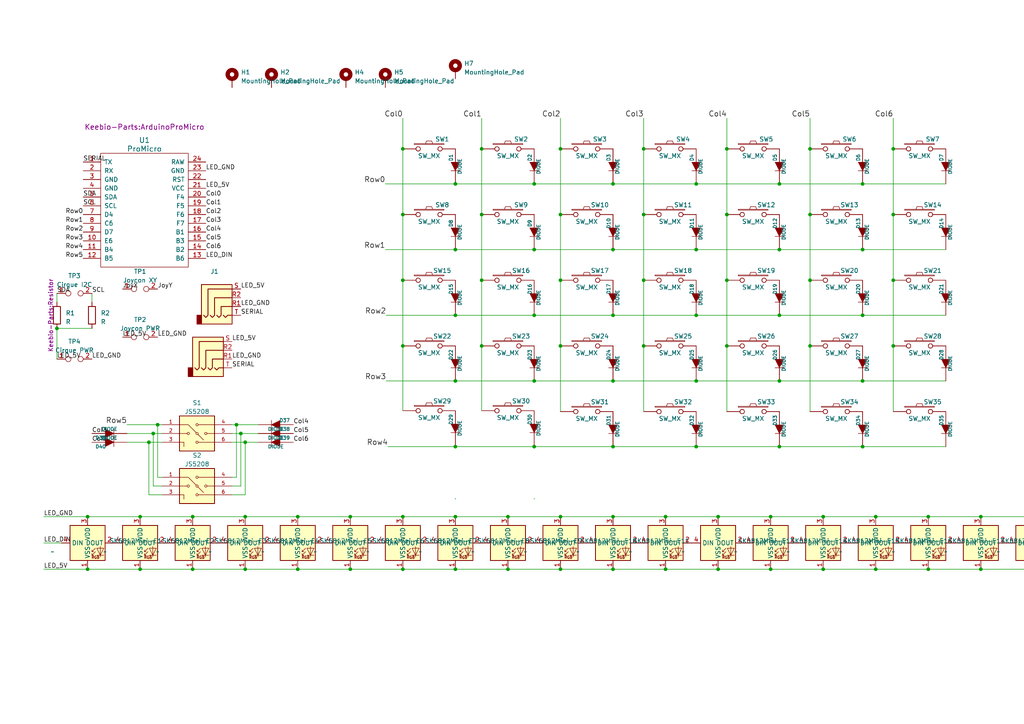
<source format=kicad_sch>
(kicad_sch (version 20230121) (generator eeschema)
  (paper "A4")
  (lib_symbols
    (symbol "Connector:TestPoint_2Pole" (pin_names (offset 0.762) hide)
      (property "Reference" "TP" (at 0 1.524 0))
      (property "Value" "TestPoint_2Pole" (at 0 -1.778 0))
      (symbol "TestPoint_2Pole_0_1"
        (pin passive line (at -5.08 0 0) (length 2.54) (name "1") (number "1"))
        (pin passive line (at 5.08 0 180) (length 2.54) (name "2") (number "2"))
      )
    )
    (symbol "Connector_Audio:AudioJack4"
      (property "Reference" "J" (at 0 8.89 0))
      (property "Value" "AudioJack4" (at 0 6.35 0))
      (symbol "AudioJack4_1_1"
        (pin passive line (at 5.08 -2.54 180) (length 2.54) (name "~") (number "R1"))
        (pin passive line (at 5.08 0 180) (length 2.54) (name "~") (number "R2"))
        (pin passive line (at 5.08 2.54 180) (length 2.54) (name "~") (number "S"))
        (pin passive line (at 5.08 -5.08 180) (length 2.54) (name "~") (number "T"))
      )
    )
    (symbol "Device:R" (pin_numbers hide) (pin_names (offset 0))
      (property "Reference" "R" (at 2.032 0 90))
      (property "Value" "R" (at 0 0 90))
      (symbol "R_1_1"
        (pin passive line (at 0 3.81 270) (length 1.27) (name "~") (number "1"))
        (pin passive line (at 0 -3.81 90) (length 1.27) (name "~") (number "2"))
      )
    )
    (symbol "JS5208:JS5208" (pin_names (offset 1.016))
      (property "Reference" "S" (at -5.08 6.35 0))
      (property "Value" "JS5208" (at -5.08 -7.62 0))
      (symbol "JS5208_0_0"
        (pin passive line (at -10.16 2.54 0) (length 5.08) (name "~") (number "1"))
        (pin passive line (at -10.16 0 0) (length 5.08) (name "~") (number "2"))
        (pin passive line (at -10.16 -2.54 0) (length 5.08) (name "~") (number "3"))
        (pin passive line (at 10.16 2.54 180) (length 5.08) (name "~") (number "4"))
        (pin passive line (at 10.16 0 180) (length 5.08) (name "~") (number "5"))
        (pin passive line (at 10.16 -2.54 180) (length 5.08) (name "~") (number "6"))
      )
    )
    (symbol "Mechanical:MountingHole_Pad" (pin_numbers hide) (pin_names (offset 1.016) hide)
      (property "Reference" "H" (at 0 6.35 0))
      (property "Value" "MountingHole_Pad" (at 0 4.445 0))
      (symbol "MountingHole_Pad_1_1"
        (pin input line (at 0 -2.54 90) (length 2.54) (name "1") (number "1"))
      )
    )
    (symbol "for-science-rescue:DIODE" (pin_numbers hide) (pin_names (offset 1.016) hide)
      (property "Reference" "D" (at -2.54 -1.27 0))
      (property "Value" "DIODE" (at 0 1.27 0))
      (symbol "DIODE_1_1"
        (pin passive line (at -5.08 0 0) (length 3.81) (name "A") (number "1"))
        (pin passive line (at 5.08 0 180) (length 3.81) (name "K") (number "2"))
      )
    )
    (symbol "for-science-rescue:SWITCH_PUSH" (pin_numbers hide) (pin_names (offset 1.016) hide)
      (property "Reference" "SW" (at 3.81 2.794 0))
      (property "Value" "SWITCH_PUSH" (at 0 -2.032 0))
      (symbol "SWITCH_PUSH_0_1"
        (pin passive inverted (at -7.62 0 0) (length 5.08) (name "1") (number "1"))
        (pin passive inverted (at 7.62 0 180) (length 5.08) (name "2") (number "2"))
      )
    )
    (symbol "keebio:SK6812MINI-E"
      (property "Reference" "SK6812Mini-E" (at 10.16 -7.62 0))
      (symbol "SK6812MINI-E_0_0"
        (text "RGB" (at 12.446 -1.651 0) (effects (font (size 0.762 0.762))))
      )
      (symbol "SK6812MINI-E_1_1"
        (pin power_in line (at 10.16 -5.08 90) (length 2.54) (name "VSS") (number "1"))
        (pin output line (at 17.78 2.54 180) (length 2.54) (name "DOUT") (number "2"))
        (pin power_in line (at 10.16 10.16 270) (length 2.54) (name "VDD") (number "3"))
        (pin input line (at 2.54 2.54 0) (length 2.54) (name "DIN") (number "4"))
      )
    )
    (symbol "promicro:ProMicro" (pin_names (offset 1.016))
      (property "Reference" "U" (at 0 24.13 0))
      (property "Value" "ProMicro" (at 0 -13.97 0))
      (symbol "ProMicro_1_1"
        (pin bidirectional line (at -17.78 19.05 0) (length 5.08) (name "TX") (number "1"))
        (pin bidirectional line (at -17.78 -3.81 0) (length 5.08) (name "E6") (number "10"))
        (pin bidirectional line (at -17.78 -6.35 0) (length 5.08) (name "B4") (number "11"))
        (pin bidirectional line (at -17.78 -8.89 0) (length 5.08) (name "B5") (number "12"))
        (pin bidirectional line (at 17.78 -8.89 180) (length 5.08) (name "B6") (number "13"))
        (pin bidirectional line (at 17.78 -6.35 180) (length 5.08) (name "B2") (number "14"))
        (pin bidirectional line (at 17.78 -3.81 180) (length 5.08) (name "B3") (number "15"))
        (pin bidirectional line (at 17.78 -1.27 180) (length 5.08) (name "B1") (number "16"))
        (pin bidirectional line (at 17.78 1.27 180) (length 5.08) (name "F7") (number "17"))
        (pin bidirectional line (at 17.78 3.81 180) (length 5.08) (name "F6") (number "18"))
        (pin bidirectional line (at 17.78 6.35 180) (length 5.08) (name "F5") (number "19"))
        (pin bidirectional line (at -17.78 16.51 0) (length 5.08) (name "RX") (number "2"))
        (pin bidirectional line (at 17.78 8.89 180) (length 5.08) (name "F4") (number "20"))
        (pin power_in line (at 17.78 11.43 180) (length 5.08) (name "VCC") (number "21"))
        (pin input line (at 17.78 13.97 180) (length 5.08) (name "RST") (number "22"))
        (pin power_in line (at 17.78 16.51 180) (length 5.08) (name "GND") (number "23"))
        (pin power_out line (at 17.78 19.05 180) (length 5.08) (name "RAW") (number "24"))
        (pin power_in line (at -17.78 13.97 0) (length 5.08) (name "GND") (number "3"))
        (pin power_in line (at -17.78 11.43 0) (length 5.08) (name "GND") (number "4"))
        (pin bidirectional line (at -17.78 8.89 0) (length 5.08) (name "SDA") (number "5"))
        (pin bidirectional line (at -17.78 6.35 0) (length 5.08) (name "SCL") (number "6"))
        (pin bidirectional line (at -17.78 3.81 0) (length 5.08) (name "D4") (number "7"))
        (pin bidirectional line (at -17.78 1.27 0) (length 5.08) (name "C6") (number "8"))
        (pin bidirectional line (at -17.78 -1.27 0) (length 5.08) (name "D7") (number "9"))
      )
    )
  )
  (junction (at 226.06 72.39))
  (junction (at 234.95 62.23))
  (junction (at 497.84 165.1))
  (junction (at 186.69 62.23))
  (junction (at 154.94 91.44))
  (junction (at 391.16 149.86))
  (junction (at 162.56 43.18))
  (junction (at 162.56 62.23))
  (junction (at 391.16 165.1))
  (junction (at 25.4 149.86))
  (junction (at 132.08 110.49))
  (junction (at 201.93 53.34))
  (junction (at 528.32 149.86))
  (junction (at 210.82 62.23))
  (junction (at 421.64 165.1))
  (junction (at 116.84 165.1))
  (junction (at 360.68 149.86))
  (junction (at 40.64 165.1))
  (junction (at 467.36 149.86))
  (junction (at 71.12 165.1))
  (junction (at 68.58 123.19))
  (junction (at 162.56 149.86))
  (junction (at 513.08 165.1))
  (junction (at 250.19 72.39))
  (junction (at 154.94 129.54))
  (junction (at 226.06 110.49))
  (junction (at 210.82 43.18))
  (junction (at 139.7 81.28))
  (junction (at 101.6 149.86))
  (junction (at 226.06 53.34))
  (junction (at 234.95 81.28))
  (junction (at 186.69 81.28))
  (junction (at 201.93 129.54))
  (junction (at 132.08 165.1))
  (junction (at 193.04 165.1))
  (junction (at 162.56 165.1))
  (junction (at 269.24 149.86))
  (junction (at 314.96 165.1))
  (junction (at 210.82 100.33))
  (junction (at 406.4 149.86))
  (junction (at 513.08 149.86))
  (junction (at 177.8 72.39))
  (junction (at 436.88 149.86))
  (junction (at 226.06 129.54))
  (junction (at 116.84 149.86))
  (junction (at 452.12 149.86))
  (junction (at 299.72 165.1))
  (junction (at 154.94 72.39))
  (junction (at 162.56 100.33))
  (junction (at 250.19 129.54))
  (junction (at 254 149.86))
  (junction (at 208.28 165.1))
  (junction (at 154.94 53.34))
  (junction (at 269.24 165.1))
  (junction (at 55.88 165.1))
  (junction (at 147.32 149.86))
  (junction (at 116.84 81.28))
  (junction (at 116.84 43.18))
  (junction (at 177.8 149.86))
  (junction (at 44.45 125.73))
  (junction (at 345.44 165.1))
  (junction (at 177.8 129.54))
  (junction (at 497.84 149.86))
  (junction (at 467.36 165.1))
  (junction (at 259.08 43.18))
  (junction (at 193.04 149.86))
  (junction (at 210.82 81.28))
  (junction (at 330.2 149.86))
  (junction (at 299.72 149.86))
  (junction (at 132.08 149.86))
  (junction (at 250.19 110.49))
  (junction (at 132.08 72.39))
  (junction (at 147.32 165.1))
  (junction (at 238.76 149.86))
  (junction (at 16.51 95.25))
  (junction (at 223.52 165.1))
  (junction (at 528.32 165.1))
  (junction (at 139.7 100.33))
  (junction (at 330.2 165.1))
  (junction (at 375.92 149.86))
  (junction (at 284.48 149.86))
  (junction (at 482.6 149.86))
  (junction (at 116.84 62.23))
  (junction (at 208.28 149.86))
  (junction (at 284.48 165.1))
  (junction (at 45.72 123.19))
  (junction (at 186.69 100.33))
  (junction (at 201.93 91.44))
  (junction (at 71.12 149.86))
  (junction (at 238.76 165.1))
  (junction (at 186.69 43.18))
  (junction (at 226.06 91.44))
  (junction (at 406.4 165.1))
  (junction (at 132.08 91.44))
  (junction (at 132.08 129.54))
  (junction (at 234.95 100.33))
  (junction (at 71.12 128.27))
  (junction (at 259.08 100.33))
  (junction (at 177.8 110.49))
  (junction (at 154.94 110.49))
  (junction (at 421.64 149.86))
  (junction (at 254 165.1))
  (junction (at 452.12 165.1))
  (junction (at 139.7 62.23))
  (junction (at 69.85 125.73))
  (junction (at 259.08 62.23))
  (junction (at 101.6 165.1))
  (junction (at 132.08 53.34))
  (junction (at 25.4 165.1))
  (junction (at 234.95 43.18))
  (junction (at 345.44 149.86))
  (junction (at 436.88 165.1))
  (junction (at 250.19 53.34))
  (junction (at 55.88 149.86))
  (junction (at 43.18 128.27))
  (junction (at 223.52 149.86))
  (junction (at 162.56 81.28))
  (junction (at 139.7 43.18))
  (junction (at 314.96 149.86))
  (junction (at 177.8 165.1))
  (junction (at 86.36 149.86))
  (junction (at 40.64 149.86))
  (junction (at 482.6 165.1))
  (junction (at 360.68 165.1))
  (junction (at 177.8 91.44))
  (junction (at 201.93 72.39))
  (junction (at 250.19 91.44))
  (junction (at 375.92 165.1))
  (junction (at 259.08 81.28))
  (junction (at 116.84 100.33))
  (junction (at 201.93 110.49))
  (junction (at 177.8 53.34))
  (junction (at 86.36 165.1))
  (wire (pts (xy 55.88 165.1) (xy 71.12 165.1)))
  (wire (pts (xy 226.06 53.34) (xy 250.19 53.34)))
  (wire (pts (xy 25.4 149.86) (xy 40.64 149.86)))
  (wire (pts (xy 139.7 100.33) (xy 139.7 119.126)))
  (wire (pts (xy 68.58 123.19) (xy 67.31 123.19)))
  (wire (pts (xy 210.82 100.33) (xy 210.82 119.38)))
  (wire (pts (xy 452.12 149.86) (xy 467.36 149.86)))
  (wire (pts (xy 299.72 149.86) (xy 314.96 149.86)))
  (wire (pts (xy 116.84 149.86) (xy 132.08 149.86)))
  (wire (pts (xy 162.56 81.28) (xy 162.56 100.33)))
  (wire (pts (xy 528.32 165.1) (xy 543.56 165.1)))
  (wire (pts (xy 71.12 143.51) (xy 67.31 143.51)))
  (wire (pts (xy 201.93 110.49) (xy 226.06 110.49)))
  (wire (pts (xy 345.44 165.1) (xy 360.68 165.1)))
  (wire (pts (xy 234.95 62.23) (xy 234.95 81.28)))
  (wire (pts (xy 177.8 110.49) (xy 201.93 110.49)))
  (wire (pts (xy 226.06 91.44) (xy 250.19 91.44)))
  (wire (pts (xy 147.32 149.86) (xy 162.56 149.86)))
  (wire (pts (xy 284.48 165.1) (xy 299.72 165.1)))
  (wire (pts (xy 86.36 165.1) (xy 101.6 165.1)))
  (wire (pts (xy 132.08 129.286) (xy 132.08 129.54)))
  (wire (pts (xy 210.82 62.23) (xy 210.82 81.28)))
  (wire (pts (xy 210.82 34.29) (xy 210.82 43.18)))
  (wire (pts (xy 406.4 165.1) (xy 421.64 165.1)))
  (wire (pts (xy 71.12 165.1) (xy 86.36 165.1)))
  (wire (pts (xy 139.7 43.18) (xy 139.7 62.23)))
  (wire (pts (xy 250.19 110.49) (xy 274.32 110.49)))
  (wire (pts (xy 154.94 144.526) (xy 154.94 144.78)))
  (wire (pts (xy 467.36 149.86) (xy 482.6 149.86)))
  (wire (pts (xy 269.24 149.86) (xy 284.48 149.86)))
  (wire (pts (xy 139.7 62.23) (xy 139.7 81.28)))
  (wire (pts (xy 45.72 123.19) (xy 46.99 123.19)))
  (wire (pts (xy 55.88 149.86) (xy 71.12 149.86)))
  (wire (pts (xy 391.16 149.86) (xy 406.4 149.86)))
  (wire (pts (xy 111.76 53.34) (xy 132.08 53.34)))
  (wire (pts (xy 154.94 129.286) (xy 154.94 129.54)))
  (wire (pts (xy 223.52 165.1) (xy 238.76 165.1)))
  (wire (pts (xy 406.4 149.86) (xy 421.64 149.86)))
  (wire (pts (xy 162.56 149.86) (xy 177.8 149.86)))
  (wire (pts (xy 250.19 72.39) (xy 274.32 72.39)))
  (wire (pts (xy 238.76 165.1) (xy 254 165.1)))
  (wire (pts (xy 154.94 72.39) (xy 177.8 72.39)))
  (wire (pts (xy 201.93 53.34) (xy 226.06 53.34)))
  (wire (pts (xy 154.94 91.44) (xy 177.8 91.44)))
  (wire (pts (xy 116.84 34.29) (xy 116.84 43.18)))
  (wire (pts (xy 234.95 43.18) (xy 234.95 62.23)))
  (wire (pts (xy 132.08 129.54) (xy 154.94 129.54)))
  (wire (pts (xy 45.72 123.19) (xy 45.72 138.43)))
  (wire (pts (xy 513.08 165.1) (xy 528.32 165.1)))
  (wire (pts (xy 330.2 149.86) (xy 345.44 149.86)))
  (wire (pts (xy 44.45 140.97) (xy 46.99 140.97)))
  (wire (pts (xy 112.014 91.44) (xy 132.08 91.44)))
  (wire (pts (xy 71.12 128.27) (xy 67.31 128.27)))
  (wire (pts (xy 269.24 165.1) (xy 284.48 165.1)))
  (wire (pts (xy 201.93 129.54) (xy 226.06 129.54)))
  (wire (pts (xy 375.92 149.86) (xy 391.16 149.86)))
  (wire (pts (xy 193.04 165.1) (xy 208.28 165.1)))
  (wire (pts (xy 116.84 100.33) (xy 116.84 119.126)))
  (wire (pts (xy 12.7 165.1) (xy 25.4 165.1)))
  (wire (pts (xy 40.64 149.86) (xy 55.88 149.86)))
  (wire (pts (xy 154.94 129.54) (xy 177.8 129.54)))
  (wire (pts (xy 132.08 144.526) (xy 132.08 144.78)))
  (wire (pts (xy 12.7 149.86) (xy 25.4 149.86)))
  (wire (pts (xy 284.48 149.86) (xy 299.72 149.86)))
  (wire (pts (xy 139.7 34.29) (xy 139.7 43.18)))
  (wire (pts (xy 132.08 110.49) (xy 154.94 110.49)))
  (wire (pts (xy 46.99 143.51) (xy 43.18 143.51)))
  (wire (pts (xy 16.51 95.25) (xy 16.51 104.14)))
  (wire (pts (xy 436.88 165.1) (xy 452.12 165.1)))
  (wire (pts (xy 345.44 149.86) (xy 360.68 149.86)))
  (wire (pts (xy 208.28 165.1) (xy 223.52 165.1)))
  (wire (pts (xy 67.31 138.43) (xy 68.58 138.43)))
  (wire (pts (xy 314.96 165.1) (xy 330.2 165.1)))
  (wire (pts (xy 116.84 165.1) (xy 132.08 165.1)))
  (wire (pts (xy 436.88 149.86) (xy 452.12 149.86)))
  (wire (pts (xy 360.68 165.1) (xy 375.92 165.1)))
  (wire (pts (xy 112.014 110.49) (xy 132.08 110.49)))
  (wire (pts (xy 186.69 62.23) (xy 186.69 81.28)))
  (wire (pts (xy 201.93 91.44) (xy 226.06 91.44)))
  (wire (pts (xy 154.94 110.49) (xy 177.8 110.49)))
  (wire (pts (xy 482.6 165.1) (xy 497.84 165.1)))
  (wire (pts (xy 74.93 125.73) (xy 69.85 125.73)))
  (wire (pts (xy 186.69 34.29) (xy 186.69 43.18)))
  (wire (pts (xy 234.95 81.28) (xy 234.95 100.33)))
  (wire (pts (xy 69.85 140.97) (xy 67.31 140.97)))
  (wire (pts (xy 528.32 149.86) (xy 543.56 149.86)))
  (wire (pts (xy 132.08 72.39) (xy 154.94 72.39)))
  (wire (pts (xy 177.8 91.44) (xy 201.93 91.44)))
  (wire (pts (xy 16.51 95.25) (xy 26.67 95.25)))
  (wire (pts (xy 162.56 100.33) (xy 162.56 119.38)))
  (wire (pts (xy 162.56 62.23) (xy 162.56 81.28)))
  (wire (pts (xy 25.4 165.1) (xy 40.64 165.1)))
  (wire (pts (xy 154.94 53.34) (xy 177.8 53.34)))
  (wire (pts (xy 36.83 128.27) (xy 43.18 128.27)))
  (wire (pts (xy 226.06 72.39) (xy 250.19 72.39)))
  (wire (pts (xy 330.2 165.1) (xy 345.44 165.1)))
  (wire (pts (xy 147.32 165.1) (xy 162.56 165.1)))
  (wire (pts (xy 452.12 165.1) (xy 467.36 165.1)))
  (wire (pts (xy 497.84 165.1) (xy 513.08 165.1)))
  (wire (pts (xy 497.84 149.86) (xy 513.08 149.86)))
  (wire (pts (xy 201.93 72.39) (xy 226.06 72.39)))
  (wire (pts (xy 43.18 128.27) (xy 46.99 128.27)))
  (wire (pts (xy 314.96 149.86) (xy 330.2 149.86)))
  (wire (pts (xy 250.19 53.34) (xy 274.32 53.34)))
  (wire (pts (xy 16.51 85.09) (xy 16.51 87.63)))
  (wire (pts (xy 112.522 129.54) (xy 132.08 129.54)))
  (wire (pts (xy 44.45 125.73) (xy 46.99 125.73)))
  (wire (pts (xy 177.8 149.86) (xy 193.04 149.86)))
  (wire (pts (xy 132.08 149.86) (xy 147.32 149.86)))
  (wire (pts (xy 254 165.1) (xy 269.24 165.1)))
  (wire (pts (xy 177.8 53.34) (xy 201.93 53.34)))
  (wire (pts (xy 69.85 125.73) (xy 69.85 140.97)))
  (wire (pts (xy 177.8 129.54) (xy 201.93 129.54)))
  (wire (pts (xy 259.08 62.23) (xy 259.08 81.28)))
  (wire (pts (xy 375.92 165.1) (xy 391.16 165.1)))
  (wire (pts (xy 391.16 165.1) (xy 406.4 165.1)))
  (wire (pts (xy 234.95 100.33) (xy 234.95 119.38)))
  (wire (pts (xy 71.12 149.86) (xy 86.36 149.86)))
  (wire (pts (xy 45.72 138.43) (xy 46.99 138.43)))
  (wire (pts (xy 86.36 149.86) (xy 101.6 149.86)))
  (wire (pts (xy 116.84 43.18) (xy 116.84 62.23)))
  (wire (pts (xy 26.67 87.63) (xy 26.67 85.09)))
  (wire (pts (xy 208.28 149.86) (xy 223.52 149.86)))
  (wire (pts (xy 254 149.86) (xy 269.24 149.86)))
  (wire (pts (xy 36.83 125.73) (xy 44.45 125.73)))
  (wire (pts (xy 186.69 81.28) (xy 186.69 100.33)))
  (wire (pts (xy 238.76 149.86) (xy 254 149.86)))
  (wire (pts (xy 226.06 110.49) (xy 250.19 110.49)))
  (wire (pts (xy 513.08 149.86) (xy 528.32 149.86)))
  (wire (pts (xy 226.06 129.54) (xy 250.19 129.54)))
  (wire (pts (xy 223.52 149.86) (xy 238.76 149.86)))
  (wire (pts (xy 74.93 123.19) (xy 68.58 123.19)))
  (wire (pts (xy 71.12 128.27) (xy 71.12 143.51)))
  (wire (pts (xy 186.69 100.33) (xy 186.69 119.38)))
  (wire (pts (xy 421.64 149.86) (xy 436.88 149.86)))
  (wire (pts (xy 162.56 165.1) (xy 177.8 165.1)))
  (wire (pts (xy 250.19 129.54) (xy 274.32 129.54)))
  (wire (pts (xy 186.69 43.18) (xy 186.69 62.23)))
  (wire (pts (xy 40.64 165.1) (xy 55.88 165.1)))
  (wire (pts (xy 139.7 81.28) (xy 139.7 100.33)))
  (wire (pts (xy 36.83 123.19) (xy 45.72 123.19)))
  (wire (pts (xy 69.85 125.73) (xy 67.31 125.73)))
  (wire (pts (xy 177.8 165.1) (xy 193.04 165.1)))
  (wire (pts (xy 250.19 91.44) (xy 274.32 91.44)))
  (wire (pts (xy 162.56 34.29) (xy 162.56 43.18)))
  (wire (pts (xy 259.08 43.18) (xy 259.08 62.23)))
  (wire (pts (xy 193.04 149.86) (xy 208.28 149.86)))
  (wire (pts (xy 74.93 128.27) (xy 71.12 128.27)))
  (wire (pts (xy 43.18 143.51) (xy 43.18 128.27)))
  (wire (pts (xy 68.58 138.43) (xy 68.58 123.19)))
  (wire (pts (xy 101.6 149.86) (xy 116.84 149.86)))
  (wire (pts (xy 210.82 43.18) (xy 210.82 62.23)))
  (wire (pts (xy 259.08 34.29) (xy 259.08 43.18)))
  (wire (pts (xy 12.7 157.48) (xy 17.78 157.48)))
  (wire (pts (xy 162.56 43.18) (xy 162.56 62.23)))
  (wire (pts (xy 299.72 165.1) (xy 314.96 165.1)))
  (wire (pts (xy 44.45 125.73) (xy 44.45 140.97)))
  (wire (pts (xy 177.8 72.39) (xy 201.93 72.39)))
  (wire (pts (xy 111.76 72.39) (xy 132.08 72.39)))
  (wire (pts (xy 132.08 53.34) (xy 154.94 53.34)))
  (wire (pts (xy 101.6 165.1) (xy 116.84 165.1)))
  (wire (pts (xy 116.84 81.28) (xy 116.84 100.33)))
  (wire (pts (xy 482.6 149.86) (xy 497.84 149.86)))
  (wire (pts (xy 467.36 165.1) (xy 482.6 165.1)))
  (wire (pts (xy 259.08 100.33) (xy 259.08 119.38)))
  (wire (pts (xy 210.82 81.28) (xy 210.82 100.33)))
  (wire (pts (xy 116.84 62.23) (xy 116.84 81.28)))
  (wire (pts (xy 234.95 34.29) (xy 234.95 43.18)))
  (wire (pts (xy 259.08 81.28) (xy 259.08 100.33)))
  (wire (pts (xy 132.08 165.1) (xy 147.32 165.1)))
  (wire (pts (xy 421.64 165.1) (xy 436.88 165.1)))
  (wire (pts (xy 360.68 149.86) (xy 375.92 149.86)))
  (wire (pts (xy 132.08 91.44) (xy 154.94 91.44)))
  (label "LED_5V" (at 12.7 165.1 0))
  (label "Row4" (at 112.522 129.54 180) (effects (font (size 1.524 1.524))))
  (label "Col6" (at 85.09 128.27 0))
  (label "LED_5V" (at 59.69 54.61 0))
  (label "Row1" (at 111.76 72.39 180) (effects (font (size 1.524 1.524))))
  (label "SERIAL" (at 24.13 46.99 0))
  (label "SCL" (at 24.13 59.69 0))
  (label "Col0" (at 59.69 57.15 0))
  (label "LED_GND" (at 59.69 49.53 0))
  (label "Row2" (at 112.014 91.44 180) (effects (font (size 1.524 1.524))))
  (label "Col1" (at 59.69 59.69 0))
  (label "Col3" (at 26.67 125.73 0))
  (label "LED_GND" (at 67.31 104.14 0))
  (label "Col4" (at 210.82 34.29 180) (effects (font (size 1.524 1.524))))
  (label "SCL" (at 26.67 85.09 0))
  (label "Row5" (at 36.83 123.19 180) (effects (font (size 1.524 1.524))))
  (label "Row1" (at 24.13 64.77 180))
  (label "JoyY" (at 45.72 83.82 0))
  (label "SDA" (at 16.51 85.09 0))
  (label "Col4" (at 59.69 67.31 0))
  (label "Row5" (at 24.13 74.93 180))
  (label "LED_5V" (at 67.31 99.06 0))
  (label "LED_GND" (at 45.72 97.79 0))
  (label "Col4" (at 85.09 123.19 0))
  (label "Col6" (at 259.08 34.29 180) (effects (font (size 1.524 1.524))))
  (label "LED_5V" (at 35.56 97.79 0))
  (label "Col3" (at 59.69 64.77 0))
  (label "Col0" (at 116.84 34.29 180) (effects (font (size 1.524 1.524))))
  (label "LED_5V" (at 69.85 83.82 0))
  (label "LED_GND" (at 26.67 104.14 0))
  (label "LED_GND" (at 12.7 149.86 0))
  (label "SDA" (at 24.13 57.15 0))
  (label "Col5" (at 234.95 34.29 180) (effects (font (size 1.524 1.524))))
  (label "SERIAL" (at 67.31 106.68 0))
  (label "Row3" (at 24.13 69.85 180))
  (label "Row0" (at 111.76 53.34 180) (effects (font (size 1.524 1.524))))
  (label "Col5" (at 85.09 125.73 0))
  (label "LED_GND" (at 69.85 88.9 0))
  (label "Col6" (at 59.69 72.39 0))
  (label "LED_DIN" (at 59.69 74.93 0))
  (label "JoyX" (at 35.56 83.82 0))
  (label "Col3" (at 186.69 34.29 180) (effects (font (size 1.524 1.524))))
  (label "Col5" (at 59.69 69.85 0))
  (label "Row0" (at 24.13 62.23 180))
  (label "Col1" (at 139.7 34.29 180) (effects (font (size 1.524 1.524))))
  (label "Col2" (at 26.67 128.27 0))
  (label "LED_5V" (at 16.51 104.14 0))
  (label "Col2" (at 162.56 34.29 180) (effects (font (size 1.524 1.524))))
  (label "SERIAL" (at 69.85 91.44 0))
  (label "LED_DIN" (at 12.7 157.48 0))
  (label "Col2" (at 59.69 62.23 0))
  (label "Row4" (at 24.13 72.39 180))
  (label "Row2" (at 24.13 67.31 180))
  (label "Row3" (at 112.014 110.49 180) (effects (font (size 1.524 1.524))))
  (symbol (lib_id "for-science-rescue:SWITCH_PUSH") (at 242.57 62.23 0) (unit 1)
    (property "Reference" "SW13" (at 246.38 59.436 0))
    (property "Value" "SW_MX" (at 242.57 64.262 0))
    (property "Footprint" "PCM_keyswitches:SW_MX_reversible_minimal" (effects hide))
  )
  (symbol (lib_id "Connector:TestPoint_2Pole") (at 40.64 83.82 0) (unit 1) (on_board no)
    (property "Reference" "TP1" (at 40.64 78.74 0))
    (property "Value" "Joycon XY" (at 40.64 81.28 0))
    (property "Footprint" "TestPoint:TestPoint_2Pads_Pitch2.54mm_Drill0.8mm" (effects hide))
  )
  (symbol (lib_id "for-science-rescue:DIODE") (at 177.8 105.41 270) (unit 1)
    (property "Reference" "D24" (at 176.53 102.87 0) (effects (font (size 1.016 1.016))))
    (property "Value" "DIODE" (at 179.07 105.41 0) (effects (font (size 1.016 1.016))))
    (property "Footprint" "Keebio-Parts:D_DO-41_SOD81_P10.16mm_Genesys" (effects hide))
  )
  (symbol (lib_id "Device:R") (at 26.67 91.44 0) (unit 1)
    (property "Reference" "R2" (at 29.21 90.805 0) (effects (justify left)))
    (property "Value" "R" (at 29.21 93.345 0) (effects (justify left)))
    (property "Footprint" "Keebio-Parts:Resistor" (effects hide))
  )
  (symbol (lib_id "for-science-rescue:SWITCH_PUSH") (at 124.46 43.18 0) (unit 1)
    (property "Reference" "SW1" (at 128.27 40.386 0))
    (property "Value" "SW_MX" (at 124.46 45.212 0))
    (property "Footprint" "PCM_keyswitches:SW_MX_reversible_minimal" (effects hide))
  )
  (symbol (lib_id "for-science-rescue:SWITCH_PUSH") (at 147.32 43.18 0) (unit 1)
    (property "Reference" "SW2" (at 151.13 40.386 0))
    (property "Value" "SW_MX" (at 147.32 45.212 0))
    (property "Footprint" "PCM_keyswitches:SW_MX_reversible_minimal" (effects hide))
  )
  (symbol (lib_id "keebio:SK6812MINI-E") (at 228.6 160.02 0) (unit 1)
    (property "Reference" "SK6812Mini-E15" (at 252.73 156.8959 0))
    (property "Value" "~" (at 228.6 160.02 0))
    (property "Footprint" "Keebio-Parts:SK6812-MINI-E" (effects hide))
  )
  (symbol (lib_id "for-science-rescue:DIODE") (at 250.19 105.41 270) (unit 1)
    (property "Reference" "D27" (at 248.92 102.87 0) (effects (font (size 1.016 1.016))))
    (property "Value" "DIODE" (at 251.46 105.41 0) (effects (font (size 1.016 1.016))))
    (property "Footprint" "Keebio-Parts:D_DO-41_SOD81_P10.16mm_Genesys" (effects hide))
  )
  (symbol (lib_id "for-science-rescue:DIODE") (at 177.8 67.31 270) (unit 1)
    (property "Reference" "D10" (at 176.53 64.77 0) (effects (font (size 1.016 1.016))))
    (property "Value" "DIODE" (at 179.07 67.31 0) (effects (font (size 1.016 1.016))))
    (property "Footprint" "Keebio-Parts:D_DO-41_SOD81_P10.16mm_Genesys" (effects hide))
  )
  (symbol (lib_id "for-science-rescue:DIODE") (at 31.75 128.27 0) (unit 1) (on_board no)
    (property "Reference" "D40" (at 29.21 129.54 0) (effects (font (size 1.016 1.016))))
    (property "Value" "DIODE" (at 31.75 127 0) (effects (font (size 1.016 1.016))))
    (property "Footprint" "Keebio-Parts:D_DO-41_SOD81_P10.16mm_Genesys" (effects hide))
  )
  (symbol (lib_id "for-science-rescue:DIODE") (at 250.19 48.26 270) (unit 1)
    (property "Reference" "D6" (at 248.92 45.72 0) (effects (font (size 1.016 1.016))))
    (property "Value" "DIODE" (at 251.46 48.26 0) (effects (font (size 1.016 1.016))))
    (property "Footprint" "Keebio-Parts:D_DO-41_SOD81_P10.16mm_Genesys" (effects hide))
  )
  (symbol (lib_id "keebio:SK6812MINI-E") (at 243.84 160.02 0) (unit 1)
    (property "Reference" "SK6812Mini-E16" (at 267.97 156.8959 0))
    (property "Value" "~" (at 243.84 160.02 0))
    (property "Footprint" "Keebio-Parts:SK6812-MINI-E" (effects hide))
  )
  (symbol (lib_id "for-science-rescue:DIODE") (at 132.08 86.36 270) (unit 1)
    (property "Reference" "D15" (at 130.81 83.82 0) (effects (font (size 1.016 1.016))))
    (property "Value" "DIODE" (at 133.35 86.36 0) (effects (font (size 1.016 1.016))))
    (property "Footprint" "Keebio-Parts:D_DO-41_SOD81_P10.16mm_Genesys" (effects hide))
  )
  (symbol (lib_id "for-science-rescue:DIODE") (at 132.08 124.206 270) (unit 1)
    (property "Reference" "D29" (at 130.81 121.666 0) (effects (font (size 1.016 1.016))))
    (property "Value" "DIODE" (at 133.35 124.206 0) (effects (font (size 1.016 1.016))))
    (property "Footprint" "Keebio-Parts:D_DO-41_SOD81_P10.16mm_Genesys" (effects hide))
  )
  (symbol (lib_id "for-science-rescue:SWITCH_PUSH") (at 218.44 62.23 0) (unit 1)
    (property "Reference" "SW12" (at 222.25 59.436 0))
    (property "Value" "SW_MX" (at 218.44 64.262 0))
    (property "Footprint" "PCM_keyswitches:SW_MX_reversible_minimal" (effects hide))
  )
  (symbol (lib_id "for-science-rescue:SWITCH_PUSH") (at 242.57 43.18 0) (unit 1)
    (property "Reference" "SW6" (at 246.38 40.386 0))
    (property "Value" "SW_MX" (at 242.57 45.212 0))
    (property "Footprint" "PCM_keyswitches:SW_MX_reversible_minimal" (effects hide))
  )
  (symbol (lib_id "keebio:SK6812MINI-E") (at 487.68 160.02 0) (unit 1)
    (property "Reference" "SK6812Mini-E32" (at 511.81 156.8959 0))
    (property "Value" "~" (at 487.68 160.02 0))
    (property "Footprint" "Keebio-Parts:SK6812-MINI-E" (effects hide))
  )
  (symbol (lib_id "for-science-rescue:DIODE") (at 177.8 124.46 270) (unit 1)
    (property "Reference" "D31" (at 176.53 121.92 0) (effects (font (size 1.016 1.016))))
    (property "Value" "DIODE" (at 179.07 124.46 0) (effects (font (size 1.016 1.016))))
    (property "Footprint" "Keebio-Parts:D_DO-41_SOD81_P10.16mm_Genesys" (effects hide))
  )
  (symbol (lib_id "for-science-rescue:SWITCH_PUSH") (at 194.31 43.18 0) (unit 1)
    (property "Reference" "SW4" (at 198.12 40.386 0))
    (property "Value" "SW_MX" (at 194.31 45.212 0))
    (property "Footprint" "PCM_keyswitches:SW_MX_reversible_minimal" (effects hide))
  )
  (symbol (lib_id "for-science-rescue:SWITCH_PUSH") (at 170.18 119.38 0) (unit 1)
    (property "Reference" "SW31" (at 173.99 116.586 0))
    (property "Value" "SW_MX" (at 170.18 121.412 0))
    (property "Footprint" "PCM_keyswitches:SW_MX_reversible_minimal" (effects hide))
  )
  (symbol (lib_id "for-science-rescue:DIODE") (at 274.32 124.46 270) (unit 1)
    (property "Reference" "D35" (at 273.05 121.92 0) (effects (font (size 1.016 1.016))))
    (property "Value" "DIODE" (at 275.59 124.46 0) (effects (font (size 1.016 1.016))))
    (property "Footprint" "Keebio-Parts:D_DO-41_SOD81_P10.16mm_Genesys" (effects hide))
  )
  (symbol (lib_id "Connector:TestPoint_2Pole") (at 21.59 104.14 0) (unit 1)
    (property "Reference" "TP4" (at 21.59 99.06 0))
    (property "Value" "Cirque PWR" (at 21.59 101.6 0))
    (property "Footprint" "TestPoint:TestPoint_2Pads_Pitch2.54mm_Drill0.8mm" (effects hide))
  )
  (symbol (lib_id "for-science-rescue:DIODE") (at 201.93 86.36 270) (unit 1)
    (property "Reference" "D18" (at 200.66 83.82 0) (effects (font (size 1.016 1.016))))
    (property "Value" "DIODE" (at 203.2 86.36 0) (effects (font (size 1.016 1.016))))
    (property "Footprint" "Keebio-Parts:D_DO-41_SOD81_P10.16mm_Genesys" (effects hide))
  )
  (symbol (lib_id "keebio:SK6812MINI-E") (at 304.8 160.02 0) (unit 1)
    (property "Reference" "SK6812Mini-E20" (at 328.93 156.8959 0))
    (property "Value" "~" (at 304.8 160.02 0))
    (property "Footprint" "Keebio-Parts:SK6812-MINI-E" (effects hide))
  )
  (symbol (lib_id "keebio:SK6812MINI-E") (at 76.2 160.02 0) (unit 1)
    (property "Reference" "SK6812Mini-E5" (at 100.33 156.8959 0))
    (property "Value" "~" (at 76.2 160.02 0))
    (property "Footprint" "Keebio-Parts:SK6812-MINI-E" (effects hide))
  )
  (symbol (lib_id "Mechanical:MountingHole_Pad") (at 100.33 22.86 0) (unit 1)
    (property "Reference" "H4" (at 102.87 20.955 0) (effects (justify left)))
    (property "Value" "MountingHole_Pad" (at 102.87 23.495 0) (effects (justify left)))
    (property "Footprint" "Keebio-Parts:MountingHole_3mm" (effects hide))
  )
  (symbol (lib_id "for-science-rescue:DIODE") (at 226.06 124.46 270) (unit 1)
    (property "Reference" "D33" (at 224.79 121.92 0) (effects (font (size 1.016 1.016))))
    (property "Value" "DIODE" (at 227.33 124.46 0) (effects (font (size 1.016 1.016))))
    (property "Footprint" "Keebio-Parts:D_DO-41_SOD81_P10.16mm_Genesys" (effects hide))
  )
  (symbol (lib_id "for-science-rescue:DIODE") (at 154.94 105.41 270) (unit 1)
    (property "Reference" "D23" (at 153.67 102.87 0) (effects (font (size 1.016 1.016))))
    (property "Value" "DIODE" (at 156.21 105.41 0) (effects (font (size 1.016 1.016))))
    (property "Footprint" "Keebio-Parts:D_DO-41_SOD81_P10.16mm_Genesys" (effects hide))
  )
  (symbol (lib_id "keebio:SK6812MINI-E") (at 335.28 160.02 0) (unit 1)
    (property "Reference" "SK6812Mini-E22" (at 359.41 156.8959 0))
    (property "Value" "~" (at 335.28 160.02 0))
    (property "Footprint" "Keebio-Parts:SK6812-MINI-E" (effects hide))
  )
  (symbol (lib_id "for-science-rescue:DIODE") (at 250.19 86.36 270) (unit 1)
    (property "Reference" "D20" (at 248.92 83.82 0) (effects (font (size 1.016 1.016))))
    (property "Value" "DIODE" (at 251.46 86.36 0) (effects (font (size 1.016 1.016))))
    (property "Footprint" "Keebio-Parts:D_DO-41_SOD81_P10.16mm_Genesys" (effects hide))
  )
  (symbol (lib_id "for-science-rescue:SWITCH_PUSH") (at 266.7 62.23 0) (unit 1)
    (property "Reference" "SW14" (at 270.51 59.436 0))
    (property "Value" "SW_MX" (at 266.7 64.262 0))
    (property "Footprint" "PCM_keyswitches:SW_MX_reversible_minimal" (effects hide))
  )
  (symbol (lib_id "keebio:SK6812MINI-E") (at 91.44 160.02 0) (unit 1)
    (property "Reference" "SK6812Mini-E6" (at 115.57 156.8959 0))
    (property "Value" "~" (at 91.44 160.02 0))
    (property "Footprint" "Keebio-Parts:SK6812-MINI-E" (effects hide))
  )
  (symbol (lib_id "for-science-rescue:DIODE") (at 154.94 86.36 270) (unit 1)
    (property "Reference" "D16" (at 153.67 83.82 0) (effects (font (size 1.016 1.016))))
    (property "Value" "DIODE" (at 156.21 86.36 0) (effects (font (size 1.016 1.016))))
    (property "Footprint" "Keebio-Parts:D_DO-41_SOD81_P10.16mm_Genesys" (effects hide))
  )
  (symbol (lib_id "for-science-rescue:DIODE") (at 80.01 125.73 180) (unit 1) (on_board no)
    (property "Reference" "D38" (at 82.55 124.46 0) (effects (font (size 1.016 1.016))))
    (property "Value" "DIODE" (at 80.01 127 0) (effects (font (size 1.016 1.016))))
    (property "Footprint" "Keebio-Parts:D_DO-41_SOD81_P10.16mm_Genesys" (effects hide))
  )
  (symbol (lib_id "keebio:SK6812MINI-E") (at 60.96 160.02 0) (unit 1)
    (property "Reference" "SK6812Mini-E4" (at 85.09 156.8959 0))
    (property "Value" "~" (at 60.96 160.02 0))
    (property "Footprint" "Keebio-Parts:SK6812-MINI-E" (effects hide))
  )
  (symbol (lib_id "keebio:SK6812MINI-E") (at 45.72 160.02 0) (unit 1)
    (property "Reference" "SK6812Mini-E3" (at 69.85 156.8959 0))
    (property "Value" "~" (at 45.72 160.02 0))
    (property "Footprint" "Keebio-Parts:SK6812-MINI-E" (effects hide))
  )
  (symbol (lib_id "keebio:SK6812MINI-E") (at 518.16 160.02 0) (unit 1)
    (property "Reference" "SK6812Mini-E34" (at 542.29 156.8959 0))
    (property "Value" "~" (at 518.16 160.02 0))
    (property "Footprint" "Keebio-Parts:SK6812-MINI-E" (effects hide))
  )
  (symbol (lib_id "for-science-rescue:DIODE") (at 201.93 48.26 270) (unit 1)
    (property "Reference" "D4" (at 200.66 45.72 0) (effects (font (size 1.016 1.016))))
    (property "Value" "DIODE" (at 203.2 48.26 0) (effects (font (size 1.016 1.016))))
    (property "Footprint" "Keebio-Parts:D_DO-41_SOD81_P10.16mm_Genesys" (effects hide))
  )
  (symbol (lib_id "for-science-rescue:SWITCH_PUSH") (at 147.32 119.126 0) (unit 1)
    (property "Reference" "SW30" (at 151.13 116.332 0))
    (property "Value" "SW_MX" (at 147.32 121.158 0))
    (property "Footprint" "PCM_keyswitches:SW_MX_reversible_minimal" (effects hide))
  )
  (symbol (lib_id "for-science-rescue:SWITCH_PUSH") (at 194.31 119.38 0) (unit 1)
    (property "Reference" "SW32" (at 198.12 116.586 0))
    (property "Value" "SW_MX" (at 194.31 121.412 0))
    (property "Footprint" "PCM_keyswitches:SW_MX_reversible_minimal" (effects hide))
  )
  (symbol (lib_id "for-science-rescue:SWITCH_PUSH") (at 242.57 119.38 0) (unit 1)
    (property "Reference" "SW34" (at 246.38 116.586 0))
    (property "Value" "SW_MX" (at 242.57 121.412 0))
    (property "Footprint" "PCM_keyswitches:SW_MX_reversible_minimal" (effects hide))
  )
  (symbol (lib_id "JS5208:JS5208") (at 57.15 140.97 0) (unit 1) (on_board no)
    (property "Reference" "S2" (at 57.15 132.08 0))
    (property "Value" "JS5208" (at 57.15 134.62 0))
    (property "Footprint" "JS5208:SW_JS5208_10mm" (effects hide))
    (property "PARTREV" "D" (effects hide))
    (property "MANUFACTURER" "E-Switch" (effects hide))
    (property "MAXIMUM_PACKAGE_HEIGHT" "12.6 mm" (effects hide))
    (property "STANDARD" "Manufacturer Recommendations" (effects hide))
  )
  (symbol (lib_id "JS5208:JS5208") (at 57.15 125.73 0) (unit 1) (on_board no)
    (property "Reference" "S1" (at 57.15 116.84 0))
    (property "Value" "JS5208" (at 57.15 119.38 0))
    (property "Footprint" "JS5208:SW_JS5208_10mm" (effects hide))
    (property "PARTREV" "D" (effects hide))
    (property "MANUFACTURER" "E-Switch" (effects hide))
    (property "MAXIMUM_PACKAGE_HEIGHT" "12.6 mm" (effects hide))
    (property "STANDARD" "Manufacturer Recommendations" (effects hide))
  )
  (symbol (lib_id "Connector:TestPoint_2Pole") (at 40.64 97.79 0) (unit 1) (on_board no)
    (property "Reference" "TP2" (at 40.64 92.71 0))
    (property "Value" "Joycon PWR" (at 40.64 95.25 0))
    (property "Footprint" "TestPoint:TestPoint_2Pads_Pitch2.54mm_Drill0.8mm" (effects hide))
  )
  (symbol (lib_id "Mechanical:MountingHole_Pad") (at 67.31 22.86 0) (unit 1)
    (property "Reference" "H1" (at 69.85 20.955 0) (effects (justify left)))
    (property "Value" "MountingHole_Pad" (at 69.85 23.495 0) (effects (justify left)))
    (property "Footprint" "Keebio-Parts:MountingHole_3mm" (effects hide))
  )
  (symbol (lib_id "keebio:SK6812MINI-E") (at 15.24 160.02 0) (unit 1)
    (property "Reference" "SK6812Mini-E1" (at 39.37 156.8959 0))
    (property "Value" "~" (at 15.24 160.02 0))
    (property "Footprint" "Keebio-Parts:SK6812-MINI-E" (effects hide))
  )
  (symbol (lib_id "keebio:SK6812MINI-E") (at 381 160.02 0) (unit 1)
    (property "Reference" "SK6812Mini-E25" (at 405.13 156.8959 0))
    (property "Value" "~" (at 381 160.02 0))
    (property "Footprint" "Keebio-Parts:SK6812-MINI-E" (effects hide))
  )
  (symbol (lib_id "for-science-rescue:DIODE") (at 132.08 67.31 270) (unit 1)
    (property "Reference" "D8" (at 130.81 64.77 0) (effects (font (size 1.016 1.016))))
    (property "Value" "DIODE" (at 133.35 67.31 0) (effects (font (size 1.016 1.016))))
    (property "Footprint" "Keebio-Parts:D_DO-41_SOD81_P10.16mm_Genesys" (effects hide))
  )
  (symbol (lib_id "for-science-rescue:SWITCH_PUSH") (at 218.44 119.38 0) (unit 1)
    (property "Reference" "SW33" (at 222.25 116.586 0))
    (property "Value" "SW_MX" (at 218.44 121.412 0))
    (property "Footprint" "PCM_keyswitches:SW_MX_reversible_minimal" (effects hide))
  )
  (symbol (lib_id "for-science-rescue:DIODE") (at 274.32 105.41 270) (unit 1)
    (property "Reference" "D28" (at 273.05 102.87 0) (effects (font (size 1.016 1.016))))
    (property "Value" "DIODE" (at 275.59 105.41 0) (effects (font (size 1.016 1.016))))
    (property "Footprint" "Keebio-Parts:D_DO-41_SOD81_P10.16mm_Genesys" (effects hide))
  )
  (symbol (lib_id "for-science-rescue:SWITCH_PUSH") (at 218.44 100.33 0) (unit 1)
    (property "Reference" "SW26" (at 222.25 97.536 0))
    (property "Value" "SW_MX" (at 218.44 102.362 0))
    (property "Footprint" "PCM_keyswitches:SW_MX_reversible_minimal" (effects hide))
  )
  (symbol (lib_id "for-science-rescue:DIODE") (at 201.93 105.41 270) (unit 1)
    (property "Reference" "D25" (at 200.66 102.87 0) (effects (font (size 1.016 1.016))))
    (property "Value" "DIODE" (at 203.2 105.41 0) (effects (font (size 1.016 1.016))))
    (property "Footprint" "Keebio-Parts:D_DO-41_SOD81_P10.16mm_Genesys" (effects hide))
  )
  (symbol (lib_id "for-science-rescue:SWITCH_PUSH") (at 147.32 81.28 0) (unit 1)
    (property "Reference" "SW16" (at 151.13 78.486 0))
    (property "Value" "SW_MX" (at 147.32 83.312 0))
    (property "Footprint" "PCM_keyswitches:SW_MX_reversible_minimal" (effects hide))
  )
  (symbol (lib_id "for-science-rescue:DIODE") (at 31.75 125.73 0) (unit 1) (on_board no)
    (property "Reference" "D36" (at 29.21 127 0) (effects (font (size 1.016 1.016))))
    (property "Value" "DIODE" (at 31.75 124.46 0) (effects (font (size 1.016 1.016))))
    (property "Footprint" "Keebio-Parts:D_DO-41_SOD81_P10.16mm_Genesys" (effects hide))
  )
  (symbol (lib_id "for-science-rescue:SWITCH_PUSH") (at 242.57 100.33 0) (unit 1)
    (property "Reference" "SW27" (at 246.38 97.536 0))
    (property "Value" "SW_MX" (at 242.57 102.362 0))
    (property "Footprint" "PCM_keyswitches:SW_MX_reversible_minimal" (effects hide))
  )
  (symbol (lib_id "Device:R") (at 16.51 91.44 0) (unit 1)
    (property "Reference" "R1" (at 19.05 90.805 0) (effects (justify left)))
    (property "Value" "R" (at 19.05 93.345 0) (effects (justify left)))
    (property "Footprint" "Keebio-Parts:Resistor" (at 14.732 91.44 90))
  )
  (symbol (lib_id "for-science-rescue:SWITCH_PUSH") (at 124.46 119.126 0) (unit 1)
    (property "Reference" "SW29" (at 128.27 116.332 0))
    (property "Value" "SW_MX" (at 124.46 121.158 0))
    (property "Footprint" "PCM_keyswitches:SW_MX_reversible_minimal" (effects hide))
  )
  (symbol (lib_id "Mechanical:MountingHole_Pad") (at 78.74 22.86 0) (unit 1)
    (property "Reference" "H2" (at 81.28 20.955 0) (effects (justify left)))
    (property "Value" "MountingHole_Pad" (at 81.28 23.495 0) (effects (justify left)))
    (property "Footprint" "Keebio-Parts:MountingHole_3mm" (effects hide))
  )
  (symbol (lib_id "for-science-rescue:DIODE") (at 177.8 48.26 270) (unit 1)
    (property "Reference" "D3" (at 176.53 45.72 0) (effects (font (size 1.016 1.016))))
    (property "Value" "DIODE" (at 179.07 48.26 0) (effects (font (size 1.016 1.016))))
    (property "Footprint" "Keebio-Parts:D_DO-41_SOD81_P10.16mm_Genesys" (effects hide))
  )
  (symbol (lib_id "for-science-rescue:SWITCH_PUSH") (at 218.44 81.28 0) (unit 1)
    (property "Reference" "SW19" (at 222.25 78.486 0))
    (property "Value" "SW_MX" (at 218.44 83.312 0))
    (property "Footprint" "PCM_keyswitches:SW_MX_reversible_minimal" (effects hide))
  )
  (symbol (lib_id "keebio:SK6812MINI-E") (at 259.08 160.02 0) (unit 1)
    (property "Reference" "SK6812Mini-E17" (at 283.21 156.8959 0))
    (property "Value" "~" (at 259.08 160.02 0))
    (property "Footprint" "Keebio-Parts:SK6812-MINI-E" (effects hide))
  )
  (symbol (lib_id "for-science-rescue:DIODE") (at 226.06 48.26 270) (unit 1)
    (property "Reference" "D5" (at 224.79 45.72 0) (effects (font (size 1.016 1.016))))
    (property "Value" "DIODE" (at 227.33 48.26 0) (effects (font (size 1.016 1.016))))
    (property "Footprint" "Keebio-Parts:D_DO-41_SOD81_P10.16mm_Genesys" (effects hide))
  )
  (symbol (lib_id "for-science-rescue:DIODE") (at 250.19 124.46 270) (unit 1)
    (property "Reference" "D34" (at 248.92 121.92 0) (effects (font (size 1.016 1.016))))
    (property "Value" "DIODE" (at 251.46 124.46 0) (effects (font (size 1.016 1.016))))
    (property "Footprint" "Keebio-Parts:D_DO-41_SOD81_P10.16mm_Genesys" (effects hide))
  )
  (symbol (lib_id "for-science-rescue:DIODE") (at 154.94 124.206 270) (unit 1)
    (property "Reference" "D30" (at 153.67 121.666 0) (effects (font (size 1.016 1.016))))
    (property "Value" "DIODE" (at 156.21 124.206 0) (effects (font (size 1.016 1.016))))
    (property "Footprint" "Keebio-Parts:D_DO-41_SOD81_P10.16mm_Genesys" (effects hide))
  )
  (symbol (lib_id "for-science-rescue:DIODE") (at 154.94 48.26 270) (unit 1)
    (property "Reference" "D2" (at 153.67 45.72 0) (effects (font (size 1.016 1.016))))
    (property "Value" "DIODE" (at 156.21 48.26 0) (effects (font (size 1.016 1.016))))
    (property "Footprint" "Keebio-Parts:D_DO-41_SOD81_P10.16mm_Genesys" (effects hide))
  )
  (symbol (lib_id "for-science-rescue:SWITCH_PUSH") (at 194.31 100.33 0) (unit 1)
    (property "Reference" "SW25" (at 198.12 97.536 0))
    (property "Value" "SW_MX" (at 194.31 102.362 0))
    (property "Footprint" "PCM_keyswitches:SW_MX_reversible_minimal" (effects hide))
  )
  (symbol (lib_id "keebio:SK6812MINI-E") (at 426.72 160.02 0) (unit 1)
    (property "Reference" "SK6812Mini-E28" (at 450.85 156.8959 0))
    (property "Value" "~" (at 426.72 160.02 0))
    (property "Footprint" "Keebio-Parts:SK6812-MINI-E" (effects hide))
  )
  (symbol (lib_id "for-science-rescue:DIODE") (at 226.06 105.41 270) (unit 1)
    (property "Reference" "D26" (at 224.79 102.87 0) (effects (font (size 1.016 1.016))))
    (property "Value" "DIODE" (at 227.33 105.41 0) (effects (font (size 1.016 1.016))))
    (property "Footprint" "Keebio-Parts:D_DO-41_SOD81_P10.16mm_Genesys" (effects hide))
  )
  (symbol (lib_id "Connector_Audio:AudioJack4") (at 62.23 101.6 0) (unit 1)
    (property "Reference" "J2" (effects hide))
    (property "Value" "AudioJack4" (effects hide))
    (property "Footprint" "Keebio-Parts:TRRS-PJ-320D_genesys" (effects hide))
  )
  (symbol (lib_id "Mechanical:MountingHole_Pad") (at 132.08 20.32 0) (unit 1)
    (property "Reference" "H7" (at 134.62 18.415 0) (effects (justify left)))
    (property "Value" "MountingHole_Pad" (at 134.62 20.955 0) (effects (justify left)))
    (property "Footprint" "Keebio-Parts:MountingHole_3mm" (effects hide))
  )
  (symbol (lib_id "for-science-rescue:DIODE") (at 132.08 48.26 270) (unit 1)
    (property "Reference" "D1" (at 130.81 45.72 0) (effects (font (size 1.016 1.016))))
    (property "Value" "DIODE" (at 133.35 48.26 0) (effects (font (size 1.016 1.016))))
    (property "Footprint" "Keebio-Parts:D_DO-41_SOD81_P10.16mm_Genesys" (effects hide))
  )
  (symbol (lib_id "keebio:SK6812MINI-E") (at 167.64 160.02 0) (unit 1)
    (property "Reference" "SK6812Mini-E11" (at 191.77 156.8959 0))
    (property "Value" "~" (at 167.64 160.02 0))
    (property "Footprint" "Keebio-Parts:SK6812-MINI-E" (effects hide))
  )
  (symbol (lib_id "keebio:SK6812MINI-E") (at 457.2 160.02 0) (unit 1)
    (property "Reference" "SK6812Mini-E30" (at 481.33 156.8959 0))
    (property "Value" "~" (at 457.2 160.02 0))
    (property "Footprint" "Keebio-Parts:SK6812-MINI-E" (effects hide))
  )
  (symbol (lib_id "for-science-rescue:SWITCH_PUSH") (at 170.18 81.28 0) (unit 1)
    (property "Reference" "SW17" (at 173.99 78.486 0))
    (property "Value" "SW_MX" (at 170.18 83.312 0))
    (property "Footprint" "PCM_keyswitches:SW_MX_reversible_minimal" (effects hide))
  )
  (symbol (lib_id "keebio:SK6812MINI-E") (at 289.56 160.02 0) (unit 1)
    (property "Reference" "SK6812Mini-E19" (at 313.69 156.8959 0))
    (property "Value" "~" (at 289.56 160.02 0))
    (property "Footprint" "Keebio-Parts:SK6812-MINI-E" (effects hide))
  )
  (symbol (lib_id "for-science-rescue:DIODE") (at 274.32 67.31 270) (unit 1)
    (property "Reference" "D14" (at 273.05 64.77 0) (effects (font (size 1.016 1.016))))
    (property "Value" "DIODE" (at 275.59 67.31 0) (effects (font (size 1.016 1.016))))
    (property "Footprint" "Keebio-Parts:D_DO-41_SOD81_P10.16mm_Genesys" (effects hide))
  )
  (symbol (lib_id "for-science-rescue:SWITCH_PUSH") (at 124.46 81.28 0) (unit 1)
    (property "Reference" "SW15" (at 128.27 78.486 0))
    (property "Value" "SW_MX" (at 124.46 83.312 0))
    (property "Footprint" "PCM_keyswitches:SW_MX_reversible_minimal" (effects hide))
  )
  (symbol (lib_id "for-science-rescue:DIODE") (at 250.19 67.31 270) (unit 1)
    (property "Reference" "D13" (at 248.92 64.77 0) (effects (font (size 1.016 1.016))))
    (property "Value" "DIODE" (at 251.46 67.31 0) (effects (font (size 1.016 1.016))))
    (property "Footprint" "Keebio-Parts:D_DO-41_SOD81_P10.16mm_Genesys" (effects hide))
  )
  (symbol (lib_id "keebio:SK6812MINI-E") (at 365.76 160.02 0) (unit 1)
    (property "Reference" "SK6812Mini-E24" (at 389.89 156.8959 0))
    (property "Value" "~" (at 365.76 160.02 0))
    (property "Footprint" "Keebio-Parts:SK6812-MINI-E" (effects hide))
  )
  (symbol (lib_id "for-science-rescue:SWITCH_PUSH") (at 170.18 43.18 0) (unit 1)
    (property "Reference" "SW3" (at 173.99 40.386 0))
    (property "Value" "SW_MX" (at 170.18 45.212 0))
    (property "Footprint" "PCM_keyswitches:SW_MX_reversible_minimal" (effects hide))
  )
  (symbol (lib_id "keebio:SK6812MINI-E") (at 213.36 160.02 0) (unit 1)
    (property "Reference" "SK6812Mini-E14" (at 237.49 156.8959 0))
    (property "Value" "~" (at 213.36 160.02 0))
    (property "Footprint" "Keebio-Parts:SK6812-MINI-E" (effects hide))
  )
  (symbol (lib_id "Mechanical:MountingHole_Pad") (at 111.76 22.86 0) (unit 1)
    (property "Reference" "H5" (at 114.3 20.955 0) (effects (justify left)))
    (property "Value" "MountingHole_Pad" (at 114.3 23.495 0) (effects (justify left)))
    (property "Footprint" "Keebio-Parts:MountingHole_3mm" (effects hide))
  )
  (symbol (lib_id "keebio:SK6812MINI-E") (at 274.32 160.02 0) (unit 1)
    (property "Reference" "SK6812Mini-E18" (at 298.45 156.8959 0))
    (property "Value" "~" (at 274.32 160.02 0))
    (property "Footprint" "Keebio-Parts:SK6812-MINI-E" (effects hide))
  )
  (symbol (lib_id "for-science-rescue:SWITCH_PUSH") (at 266.7 81.28 0) (unit 1)
    (property "Reference" "SW21" (at 270.51 78.486 0))
    (property "Value" "SW_MX" (at 266.7 83.312 0))
    (property "Footprint" "PCM_keyswitches:SW_MX_reversible_minimal" (effects hide))
  )
  (symbol (lib_id "keebio:SK6812MINI-E") (at 533.4 160.02 0) (unit 1)
    (property "Reference" "SK6812Mini-E35" (at 557.53 156.8959 0))
    (property "Value" "~" (at 533.4 160.02 0))
    (property "Footprint" "Keebio-Parts:SK6812-MINI-E" (effects hide))
  )
  (symbol (lib_id "for-science-rescue:DIODE") (at 274.32 48.26 270) (unit 1)
    (property "Reference" "D7" (at 273.05 45.72 0) (effects (font (size 1.016 1.016))))
    (property "Value" "DIODE" (at 275.59 48.26 0) (effects (font (size 1.016 1.016))))
    (property "Footprint" "Keebio-Parts:D_DO-41_SOD81_P10.16mm_Genesys" (effects hide))
  )
  (symbol (lib_id "for-science-rescue:DIODE") (at 80.01 128.27 180) (unit 1) (on_board no)
    (property "Reference" "D39" (at 82.55 127 0) (effects (font (size 1.016 1.016))))
    (property "Value" "DIODE" (at 80.01 129.54 0) (effects (font (size 1.016 1.016))))
    (property "Footprint" "Keebio-Parts:D_DO-41_SOD81_P10.16mm_Genesys" (effects hide))
  )
  (symbol (lib_id "promicro:ProMicro") (at 41.91 66.04 0) (unit 1)
    (property "Reference" "U1" (at 41.91 40.64 0) (effects (font (size 1.524 1.524))))
    (property "Value" "ProMicro" (at 41.91 43.18 0) (effects (font (size 1.524 1.524))))
    (property "Footprint" "Keebio-Parts:ArduinoProMicro" (at 41.91 36.83 0) (effects (font (size 1.524 1.524))))
  )
  (symbol (lib_id "for-science-rescue:SWITCH_PUSH") (at 194.31 62.23 0) (unit 1)
    (property "Reference" "SW11" (at 198.12 59.436 0))
    (property "Value" "SW_MX" (at 194.31 64.262 0))
    (property "Footprint" "PCM_keyswitches:SW_MX_reversible_minimal" (effects hide))
  )
  (symbol (lib_id "for-science-rescue:DIODE") (at 132.08 105.41 270) (unit 1)
    (property "Reference" "D22" (at 130.81 102.87 0) (effects (font (size 1.016 1.016))))
    (property "Value" "DIODE" (at 133.35 105.41 0) (effects (font (size 1.016 1.016))))
    (property "Footprint" "Keebio-Parts:D_DO-41_SOD81_P10.16mm_Genesys" (effects hide))
  )
  (symbol (lib_id "for-science-rescue:SWITCH_PUSH") (at 266.7 43.18 0) (unit 1)
    (property "Reference" "SW7" (at 270.51 40.386 0))
    (property "Value" "SW_MX" (at 266.7 45.212 0))
    (property "Footprint" "PCM_keyswitches:SW_MX_reversible_minimal" (effects hide))
  )
  (symbol (lib_id "for-science-rescue:SWITCH_PUSH") (at 218.44 43.18 0) (unit 1)
    (property "Reference" "SW5" (at 222.25 40.386 0))
    (property "Value" "SW_MX" (at 218.44 45.212 0))
    (property "Footprint" "PCM_keyswitches:SW_MX_reversible_minimal" (effects hide))
  )
  (symbol (lib_id "for-science-rescue:SWITCH_PUSH") (at 194.31 81.28 0) (unit 1)
    (property "Reference" "SW18" (at 198.12 78.486 0))
    (property "Value" "SW_MX" (at 194.31 83.312 0))
    (property "Footprint" "PCM_keyswitches:SW_MX_reversible_minimal" (effects hide))
  )
  (symbol (lib_id "for-science-rescue:SWITCH_PUSH") (at 147.32 100.33 0) (unit 1)
    (property "Reference" "SW23" (at 151.13 97.536 0))
    (property "Value" "SW_MX" (at 147.32 102.362 0))
    (property "Footprint" "PCM_keyswitches:SW_MX_reversible_minimal" (effects hide))
  )
  (symbol (lib_id "keebio:SK6812MINI-E") (at 350.52 160.02 0) (unit 1)
    (property "Reference" "SK6812Mini-E23" (at 374.65 156.8959 0))
    (property "Value" "~" (at 350.52 160.02 0))
    (property "Footprint" "Keebio-Parts:SK6812-MINI-E" (effects hide))
  )
  (symbol (lib_id "keebio:SK6812MINI-E") (at 198.12 160.02 0) (unit 1)
    (property "Reference" "SK6812Mini-E13" (at 222.25 156.8959 0))
    (property "Value" "~" (at 198.12 160.02 0))
    (property "Footprint" "Keebio-Parts:SK6812-MINI-E" (effects hide))
  )
  (symbol (lib_id "keebio:SK6812MINI-E") (at 472.44 160.02 0) (unit 1)
    (property "Reference" "SK6812Mini-E31" (at 496.57 156.8959 0))
    (property "Value" "~" (at 472.44 160.02 0))
    (property "Footprint" "Keebio-Parts:SK6812-MINI-E" (effects hide))
  )
  (symbol (lib_id "keebio:SK6812MINI-E") (at 121.92 160.02 0) (unit 1)
    (property "Reference" "SK6812Mini-E8" (at 146.05 156.8959 0))
    (property "Value" "~" (at 121.92 160.02 0))
    (property "Footprint" "Keebio-Parts:SK6812-MINI-E" (effects hide))
  )
  (symbol (lib_id "for-science-rescue:SWITCH_PUSH") (at 170.18 62.23 0) (unit 1)
    (property "Reference" "SW10" (at 173.99 59.436 0))
    (property "Value" "SW_MX" (at 170.18 64.262 0))
    (property "Footprint" "PCM_keyswitches:SW_MX_reversible_minimal" (effects hide))
  )
  (symbol (lib_id "for-science-rescue:SWITCH_PUSH") (at 124.46 62.23 0) (unit 1)
    (property "Reference" "SW8" (at 128.27 59.436 0))
    (property "Value" "SW_MX" (at 124.46 64.262 0))
    (property "Footprint" "PCM_keyswitches:SW_MX_reversible_minimal" (effects hide))
  )
  (symbol (lib_id "for-science-rescue:DIODE") (at 154.94 67.31 270) (unit 1)
    (property "Reference" "D9" (at 153.67 64.77 0) (effects (font (size 1.016 1.016))))
    (property "Value" "DIODE" (at 156.21 67.31 0) (effects (font (size 1.016 1.016))))
    (property "Footprint" "Keebio-Parts:D_DO-41_SOD81_P10.16mm_Genesys" (effects hide))
  )
  (symbol (lib_id "keebio:SK6812MINI-E") (at 411.48 160.02 0) (unit 1)
    (property "Reference" "SK6812Mini-E27" (at 435.61 156.8959 0))
    (property "Value" "~" (at 411.48 160.02 0))
    (property "Footprint" "Keebio-Parts:SK6812-MINI-E" (effects hide))
  )
  (symbol (lib_id "keebio:SK6812MINI-E") (at 396.24 160.02 0) (unit 1)
    (property "Reference" "SK6812Mini-E26" (at 420.37 156.8959 0))
    (property "Value" "~" (at 396.24 160.02 0))
    (property "Footprint" "Keebio-Parts:SK6812-MINI-E" (effects hide))
  )
  (symbol (lib_id "for-science-rescue:DIODE") (at 274.32 86.36 270) (unit 1)
    (property "Reference" "D21" (at 273.05 83.82 0) (effects (font (size 1.016 1.016))))
    (property "Value" "DIODE" (at 275.59 86.36 0) (effects (font (size 1.016 1.016))))
    (property "Footprint" "Keebio-Parts:D_DO-41_SOD81_P10.16mm_Genesys" (effects hide))
  )
  (symbol (lib_id "for-science-rescue:SWITCH_PUSH") (at 266.7 100.33 0) (unit 1)
    (property "Reference" "SW28" (at 270.51 97.536 0))
    (property "Value" "SW_MX" (at 266.7 102.362 0))
    (property "Footprint" "PCM_keyswitches:SW_MX_reversible_minimal" (effects hide))
  )
  (symbol (lib_id "Connector_Audio:AudioJack4") (at 64.77 86.36 0) (unit 1)
    (property "Reference" "J1" (at 62.23 78.74 0))
    (property "Value" "AudioJack4" (effects hide))
    (property "Footprint" "Keebio-Parts:TRRS-PJ-320D_genesys" (effects hide))
  )
  (symbol (lib_id "keebio:SK6812MINI-E") (at 182.88 160.02 0) (unit 1)
    (property "Reference" "SK6812Mini-E12" (effects hide))
    (property "Value" "~" (at 182.88 160.02 0))
    (property "Footprint" "Keebio-Parts:SK6812-MINI-E" (effects hide))
  )
  (symbol (lib_id "keebio:SK6812MINI-E") (at 137.16 160.02 0) (unit 1)
    (property "Reference" "SK6812Mini-E9" (at 161.29 156.8959 0))
    (property "Value" "~" (at 137.16 160.02 0))
    (property "Footprint" "Keebio-Parts:SK6812-MINI-E" (effects hide))
  )
  (symbol (lib_id "keebio:SK6812MINI-E") (at 502.92 160.02 0) (unit 1)
    (property "Reference" "SK6812Mini-E33" (at 527.05 156.8959 0))
    (property "Value" "~" (at 502.92 160.02 0))
    (property "Footprint" "Keebio-Parts:SK6812-MINI-E" (effects hide))
  )
  (symbol (lib_id "for-science-rescue:SWITCH_PUSH") (at 242.57 81.28 0) (unit 1)
    (property "Reference" "SW20" (at 246.38 78.486 0))
    (property "Value" "SW_MX" (at 242.57 83.312 0))
    (property "Footprint" "PCM_keyswitches:SW_MX_reversible_minimal" (effects hide))
  )
  (symbol (lib_id "for-science-rescue:DIODE") (at 177.8 86.36 270) (unit 1)
    (property "Reference" "D17" (at 176.53 83.82 0) (effects (font (size 1.016 1.016))))
    (property "Value" "DIODE" (at 179.07 86.36 0) (effects (font (size 1.016 1.016))))
    (property "Footprint" "Keebio-Parts:D_DO-41_SOD81_P10.16mm_Genesys" (effects hide))
  )
  (symbol (lib_id "keebio:SK6812MINI-E") (at 152.4 160.02 0) (unit 1)
    (property "Reference" "SK6812Mini-E10" (at 176.53 156.8959 0))
    (property "Value" "~" (at 152.4 160.02 0))
    (property "Footprint" "Keebio-Parts:SK6812-MINI-E" (effects hide))
  )
  (symbol (lib_id "for-science-rescue:SWITCH_PUSH") (at 147.32 62.23 0) (unit 1)
    (property "Reference" "SW9" (at 151.13 59.436 0))
    (property "Value" "SW_MX" (at 147.32 64.262 0))
    (property "Footprint" "PCM_keyswitches:SW_MX_reversible_minimal" (effects hide))
  )
  (symbol (lib_id "for-science-rescue:DIODE") (at 80.01 123.19 180) (unit 1) (on_board no)
    (property "Reference" "D37" (at 82.55 121.92 0) (effects (font (size 1.016 1.016))))
    (property "Value" "DIODE" (at 80.01 124.46 0) (effects (font (size 1.016 1.016))))
    (property "Footprint" "Keebio-Parts:D_DO-41_SOD81_P10.16mm_Genesys" (effects hide))
  )
  (symbol (lib_id "for-science-rescue:DIODE") (at 201.93 67.31 270) (unit 1)
    (property "Reference" "D11" (at 200.66 64.77 0) (effects (font (size 1.016 1.016))))
    (property "Value" "DIODE" (at 203.2 67.31 0) (effects (font (size 1.016 1.016))))
    (property "Footprint" "Keebio-Parts:D_DO-41_SOD81_P10.16mm_Genesys" (effects hide))
  )
  (symbol (lib_id "for-science-rescue:DIODE") (at 226.06 67.31 270) (unit 1)
    (property "Reference" "D12" (at 224.79 64.77 0) (effects (font (size 1.016 1.016))))
    (property "Value" "DIODE" (at 227.33 67.31 0) (effects (font (size 1.016 1.016))))
    (property "Footprint" "Keebio-Parts:D_DO-41_SOD81_P10.16mm_Genesys" (effects hide))
  )
  (symbol (lib_id "keebio:SK6812MINI-E") (at 30.48 160.02 0) (unit 1)
    (property "Reference" "SK6812Mini-E2" (at 54.61 156.8959 0))
    (property "Value" "~" (at 30.48 160.02 0))
    (property "Footprint" "Keebio-Parts:SK6812-MINI-E" (effects hide))
  )
  (symbol (lib_id "for-science-rescue:DIODE") (at 201.93 124.46 270) (unit 1)
    (property "Reference" "D32" (at 200.66 121.92 0) (effects (font (size 1.016 1.016))))
    (property "Value" "DIODE" (at 203.2 124.46 0) (effects (font (size 1.016 1.016))))
    (property "Footprint" "Keebio-Parts:D_DO-41_SOD81_P10.16mm_Genesys" (effects hide))
  )
  (symbol (lib_id "Connector:TestPoint_2Pole") (at 21.59 85.09 0) (unit 1)
    (property "Reference" "TP3" (at 21.59 80.01 0))
    (property "Value" "Cirque I2C" (at 21.59 82.55 0))
    (property "Footprint" "TestPoint:TestPoint_2Pads_Pitch2.54mm_Drill0.8mm" (effects hide))
  )
  (symbol (lib_id "keebio:SK6812MINI-E") (at 106.68 160.02 0) (unit 1)
    (property "Reference" "SK6812Mini-E7" (at 130.81 156.8959 0))
    (property "Value" "~" (at 106.68 160.02 0))
    (property "Footprint" "Keebio-Parts:SK6812-MINI-E" (effects hide))
  )
  (symbol (lib_id "keebio:SK6812MINI-E") (at 441.96 160.02 0) (unit 1)
    (property "Reference" "SK6812Mini-E29" (at 466.09 156.8959 0))
    (property "Value" "~" (at 441.96 160.02 0))
    (property "Footprint" "Keebio-Parts:SK6812-MINI-E" (effects hide))
  )
  (symbol (lib_id "for-science-rescue:DIODE") (at 226.06 86.36 270) (unit 1)
    (property "Reference" "D19" (at 224.79 83.82 0) (effects (font (size 1.016 1.016))))
    (property "Value" "DIODE" (at 227.33 86.36 0) (effects (font (size 1.016 1.016))))
    (property "Footprint" "Keebio-Parts:D_DO-41_SOD81_P10.16mm_Genesys" (effects hide))
  )
  (symbol (lib_id "for-science-rescue:SWITCH_PUSH") (at 266.7 119.38 0) (unit 1)
    (property "Reference" "SW35" (at 270.51 116.586 0))
    (property "Value" "SW_MX" (at 266.7 121.412 0))
    (property "Footprint" "PCM_keyswitches:SW_MX_reversible_minimal" (effects hide))
  )
  (symbol (lib_id "for-science-rescue:SWITCH_PUSH") (at 124.46 100.33 0) (unit 1)
    (property "Reference" "SW22" (at 128.27 97.536 0))
    (property "Value" "SW_MX" (at 124.46 102.362 0))
    (property "Footprint" "PCM_keyswitches:SW_MX_reversible_minimal" (effects hide))
  )
  (symbol (lib_id "keebio:SK6812MINI-E") (at 320.04 160.02 0) (unit 1)
    (property "Reference" "SK6812Mini-E21" (at 344.17 156.8959 0))
    (property "Value" "~" (at 320.04 160.02 0))
    (property "Footprint" "Keebio-Parts:SK6812-MINI-E" (effects hide))
  )
  (symbol (lib_id "for-science-rescue:SWITCH_PUSH") (at 170.18 100.33 0) (unit 1)
    (property "Reference" "SW24" (at 173.99 97.536 0))
    (property "Value" "SW_MX" (at 170.18 102.362 0))
    (property "Footprint" "PCM_keyswitches:SW_MX_reversible_minimal" (effects hide))
  )
)
</source>
